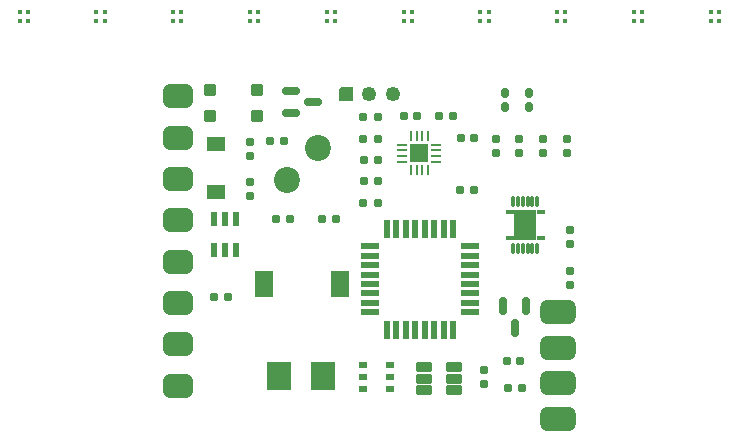
<source format=gts>
G04 #@! TF.GenerationSoftware,KiCad,Pcbnew,(7.0.0)*
G04 #@! TF.CreationDate,2024-02-07T16:47:37+08:00*
G04 #@! TF.ProjectId,revopod1,7265766f-706f-4643-912e-6b696361645f,rev?*
G04 #@! TF.SameCoordinates,Original*
G04 #@! TF.FileFunction,Soldermask,Top*
G04 #@! TF.FilePolarity,Negative*
%FSLAX46Y46*%
G04 Gerber Fmt 4.6, Leading zero omitted, Abs format (unit mm)*
G04 Created by KiCad (PCBNEW (7.0.0)) date 2024-02-07 16:47:37*
%MOMM*%
%LPD*%
G01*
G04 APERTURE LIST*
G04 Aperture macros list*
%AMRoundRect*
0 Rectangle with rounded corners*
0 $1 Rounding radius*
0 $2 $3 $4 $5 $6 $7 $8 $9 X,Y pos of 4 corners*
0 Add a 4 corners polygon primitive as box body*
4,1,4,$2,$3,$4,$5,$6,$7,$8,$9,$2,$3,0*
0 Add four circle primitives for the rounded corners*
1,1,$1+$1,$2,$3*
1,1,$1+$1,$4,$5*
1,1,$1+$1,$6,$7*
1,1,$1+$1,$8,$9*
0 Add four rect primitives between the rounded corners*
20,1,$1+$1,$2,$3,$4,$5,0*
20,1,$1+$1,$4,$5,$6,$7,0*
20,1,$1+$1,$6,$7,$8,$9,0*
20,1,$1+$1,$8,$9,$2,$3,0*%
%AMOutline5P*
0 Free polygon, 5 corners , with rotation*
0 The origin of the aperture is its center*
0 number of corners: always 5*
0 $1 to $10 corner X, Y*
0 $11 Rotation angle, in degrees counterclockwise*
0 create outline with 5 corners*
4,1,5,$1,$2,$3,$4,$5,$6,$7,$8,$9,$10,$1,$2,$11*%
%AMOutline6P*
0 Free polygon, 6 corners , with rotation*
0 The origin of the aperture is its center*
0 number of corners: always 6*
0 $1 to $12 corner X, Y*
0 $13 Rotation angle, in degrees counterclockwise*
0 create outline with 6 corners*
4,1,6,$1,$2,$3,$4,$5,$6,$7,$8,$9,$10,$11,$12,$1,$2,$13*%
%AMOutline7P*
0 Free polygon, 7 corners , with rotation*
0 The origin of the aperture is its center*
0 number of corners: always 7*
0 $1 to $14 corner X, Y*
0 $15 Rotation angle, in degrees counterclockwise*
0 create outline with 7 corners*
4,1,7,$1,$2,$3,$4,$5,$6,$7,$8,$9,$10,$11,$12,$13,$14,$1,$2,$15*%
%AMOutline8P*
0 Free polygon, 8 corners , with rotation*
0 The origin of the aperture is its center*
0 number of corners: always 8*
0 $1 to $16 corner X, Y*
0 $17 Rotation angle, in degrees counterclockwise*
0 create outline with 8 corners*
4,1,8,$1,$2,$3,$4,$5,$6,$7,$8,$9,$10,$11,$12,$13,$14,$15,$16,$1,$2,$17*%
G04 Aperture macros list end*
%ADD10RoundRect,0.160000X0.160000X-0.222500X0.160000X0.222500X-0.160000X0.222500X-0.160000X-0.222500X0*%
%ADD11RoundRect,0.160000X-0.197500X-0.160000X0.197500X-0.160000X0.197500X0.160000X-0.197500X0.160000X0*%
%ADD12RoundRect,0.160000X0.197500X0.160000X-0.197500X0.160000X-0.197500X-0.160000X0.197500X-0.160000X0*%
%ADD13RoundRect,0.062500X-0.375000X-0.062500X0.375000X-0.062500X0.375000X0.062500X-0.375000X0.062500X0*%
%ADD14RoundRect,0.062500X-0.062500X-0.375000X0.062500X-0.375000X0.062500X0.375000X-0.062500X0.375000X0*%
%ADD15R,1.600000X1.600000*%
%ADD16RoundRect,0.087500X0.087500X-0.087500X0.087500X0.087500X-0.087500X0.087500X-0.087500X-0.087500X0*%
%ADD17RoundRect,0.155000X-0.212500X-0.155000X0.212500X-0.155000X0.212500X0.155000X-0.212500X0.155000X0*%
%ADD18RoundRect,0.500000X-1.000000X-0.500000X1.000000X-0.500000X1.000000X0.500000X-1.000000X0.500000X0*%
%ADD19RoundRect,0.155000X0.212500X0.155000X-0.212500X0.155000X-0.212500X-0.155000X0.212500X-0.155000X0*%
%ADD20RoundRect,0.160000X-0.160000X0.197500X-0.160000X-0.197500X0.160000X-0.197500X0.160000X0.197500X0*%
%ADD21RoundRect,0.102000X-0.550000X-0.300000X0.550000X-0.300000X0.550000X0.300000X-0.550000X0.300000X0*%
%ADD22Outline5P,-0.625000X0.375000X-0.375000X0.625000X0.625000X0.625000X0.625000X-0.625000X-0.625000X-0.625000X0.000000*%
%ADD23C,1.250000*%
%ADD24C,2.200000*%
%ADD25R,1.500000X2.200000*%
%ADD26RoundRect,0.160000X0.160000X-0.197500X0.160000X0.197500X-0.160000X0.197500X-0.160000X-0.197500X0*%
%ADD27RoundRect,0.155000X0.155000X-0.212500X0.155000X0.212500X-0.155000X0.212500X-0.155000X-0.212500X0*%
%ADD28RoundRect,0.500000X-0.750000X-0.500000X0.750000X-0.500000X0.750000X0.500000X-0.750000X0.500000X0*%
%ADD29RoundRect,0.150000X-0.587500X-0.150000X0.587500X-0.150000X0.587500X0.150000X-0.587500X0.150000X0*%
%ADD30RoundRect,0.150000X-0.150000X0.587500X-0.150000X-0.587500X0.150000X-0.587500X0.150000X0.587500X0*%
%ADD31R,0.600000X1.200000*%
%ADD32RoundRect,0.100000X-0.400000X-0.400000X0.400000X-0.400000X0.400000X0.400000X-0.400000X0.400000X0*%
%ADD33R,2.000000X2.400000*%
%ADD34R,0.699000X0.508000*%
%ADD35R,1.600000X0.550000*%
%ADD36R,0.550000X1.600000*%
%ADD37R,1.500000X1.300000*%
%ADD38RoundRect,0.050000X-0.100000X0.100000X-0.100000X-0.100000X0.100000X-0.100000X0.100000X0.100000X0*%
%ADD39O,0.300000X0.950000*%
%ADD40R,0.575000X0.400000*%
%ADD41R,0.675000X0.400000*%
%ADD42R,1.950000X2.600000*%
G04 APERTURE END LIST*
D10*
X129500000Y-107072500D03*
X129500000Y-105927500D03*
D11*
X117502500Y-108000000D03*
X118697500Y-108000000D03*
D12*
X130900000Y-130900000D03*
X129705000Y-130900000D03*
D13*
X120812500Y-110290000D03*
X120812500Y-110790000D03*
X120812500Y-111290000D03*
X120812500Y-111790000D03*
D14*
X121500000Y-112477500D03*
X122000000Y-112477500D03*
X122500000Y-112477500D03*
X123000000Y-112477500D03*
D13*
X123687500Y-111790000D03*
X123687500Y-111290000D03*
X123687500Y-110790000D03*
X123687500Y-110290000D03*
D14*
X123000000Y-109602500D03*
X122500000Y-109602500D03*
X122000000Y-109602500D03*
X121500000Y-109602500D03*
D15*
X122249999Y-111039999D03*
D12*
X118697500Y-109800000D03*
X117502500Y-109800000D03*
D16*
X127400000Y-99800000D03*
X127400000Y-99100000D03*
X128100000Y-99800000D03*
X128100000Y-99100000D03*
D17*
X129665000Y-128600000D03*
X130800000Y-128600000D03*
D18*
X134000000Y-133500000D03*
X134000000Y-130500000D03*
D19*
X126867500Y-109700000D03*
X125732500Y-109700000D03*
D16*
X107900000Y-99800000D03*
X107900000Y-99100000D03*
X108600000Y-99800000D03*
X108600000Y-99100000D03*
D19*
X122067500Y-107900000D03*
X120932500Y-107900000D03*
D20*
X107900000Y-110067500D03*
X107900000Y-111262500D03*
D12*
X115197500Y-116600000D03*
X114002500Y-116600000D03*
D21*
X122600000Y-129150000D03*
X122600000Y-130100000D03*
X122600000Y-131050000D03*
X125200000Y-131050000D03*
X125200000Y-130100000D03*
X125200000Y-129150000D03*
D22*
X115999999Y-105999999D03*
D23*
X118000000Y-106000000D03*
X120000000Y-106000000D03*
D12*
X111297500Y-116600000D03*
X110102500Y-116600000D03*
D24*
X113682683Y-110583570D03*
X111051317Y-113308430D03*
D25*
X109099999Y-122099999D03*
X115499999Y-122099999D03*
D26*
X127700000Y-130597500D03*
X127700000Y-129402500D03*
X128710000Y-110997500D03*
X128710000Y-109802500D03*
D12*
X126897500Y-114100000D03*
X125702500Y-114100000D03*
D27*
X107900000Y-114635000D03*
X107900000Y-113500000D03*
D28*
X101800000Y-106200000D03*
X101800000Y-109700000D03*
X101800000Y-113200000D03*
X101800000Y-116700000D03*
X101800000Y-120200000D03*
X101800000Y-123700000D03*
X101800000Y-127200000D03*
X101800000Y-130700000D03*
D12*
X118710000Y-113397500D03*
X117515000Y-113397500D03*
D29*
X111362500Y-105750000D03*
X111362500Y-107650000D03*
X113237500Y-106700000D03*
D16*
X94900000Y-99800000D03*
X94900000Y-99100000D03*
X95600000Y-99800000D03*
X95600000Y-99100000D03*
D30*
X131250000Y-123962500D03*
X129350000Y-123962500D03*
X130300000Y-125837500D03*
D31*
X104849999Y-119199999D03*
X105799999Y-119199999D03*
X106749999Y-119199999D03*
X106749999Y-116599999D03*
X105799999Y-116599999D03*
X104849999Y-116599999D03*
D16*
X120900000Y-99800000D03*
X120900000Y-99100000D03*
X121600000Y-99800000D03*
X121600000Y-99100000D03*
D19*
X106000000Y-123200000D03*
X104865000Y-123200000D03*
D32*
X104500000Y-105700000D03*
X108500000Y-105700000D03*
X104500000Y-107900000D03*
X108500000Y-107900000D03*
D16*
X140400000Y-99800000D03*
X140400000Y-99100000D03*
X141100000Y-99800000D03*
X141100000Y-99100000D03*
D18*
X134000000Y-127500000D03*
X134000000Y-124500000D03*
D27*
X134710000Y-110967500D03*
X134710000Y-109832500D03*
D10*
X131500000Y-107072500D03*
X131500000Y-105927500D03*
D16*
X88400000Y-99800000D03*
X88400000Y-99100000D03*
X89100000Y-99800000D03*
X89100000Y-99100000D03*
D12*
X110797500Y-110000000D03*
X109602500Y-110000000D03*
X118697500Y-115200000D03*
X117502500Y-115200000D03*
D33*
X114049999Y-129899999D03*
X110349999Y-129899999D03*
D26*
X130700000Y-110997500D03*
X130700000Y-109802500D03*
X132690000Y-110997500D03*
X132690000Y-109802500D03*
D16*
X101400000Y-99800000D03*
X101400000Y-99100000D03*
X102100000Y-99800000D03*
X102100000Y-99100000D03*
X133900000Y-99800000D03*
X133900000Y-99100000D03*
X134600000Y-99800000D03*
X134600000Y-99100000D03*
D26*
X135000000Y-118697500D03*
X135000000Y-117502500D03*
D34*
X117437499Y-128971499D03*
X117437499Y-129972499D03*
X117437499Y-130973499D03*
X119762499Y-130973499D03*
X119762499Y-129972499D03*
X119762499Y-128971499D03*
D35*
X126549999Y-124499999D03*
X126549999Y-123699999D03*
X126549999Y-122899999D03*
X126549999Y-122099999D03*
X126549999Y-121299999D03*
X126549999Y-120499999D03*
X126549999Y-119699999D03*
X126549999Y-118899999D03*
D36*
X125099999Y-117449999D03*
X124299999Y-117449999D03*
X123499999Y-117449999D03*
X122699999Y-117449999D03*
X121899999Y-117449999D03*
X121099999Y-117449999D03*
X120299999Y-117449999D03*
X119499999Y-117449999D03*
D35*
X118049999Y-118899999D03*
X118049999Y-119699999D03*
X118049999Y-120499999D03*
X118049999Y-121299999D03*
X118049999Y-122099999D03*
X118049999Y-122899999D03*
X118049999Y-123699999D03*
X118049999Y-124499999D03*
D36*
X119499999Y-125949999D03*
X120299999Y-125949999D03*
X121099999Y-125949999D03*
X121899999Y-125949999D03*
X122699999Y-125949999D03*
X123499999Y-125949999D03*
X124299999Y-125949999D03*
X125099999Y-125949999D03*
D37*
X104999999Y-110249999D03*
X104999999Y-114349999D03*
D19*
X125067500Y-107900000D03*
X123932500Y-107900000D03*
D16*
X114400000Y-99800000D03*
X114400000Y-99100000D03*
X115100000Y-99800000D03*
X115100000Y-99100000D03*
D38*
X132200000Y-114800000D03*
D39*
X132199999Y-115124999D03*
D38*
X131800000Y-114800000D03*
D39*
X131799999Y-115124999D03*
D38*
X131400000Y-114800000D03*
D39*
X131399999Y-115124999D03*
D38*
X131000000Y-114800000D03*
D39*
X130999999Y-115124999D03*
D38*
X130600000Y-114800000D03*
D39*
X130599999Y-115124999D03*
D38*
X130200000Y-114800000D03*
D39*
X130199999Y-115124999D03*
X130199999Y-119074999D03*
D38*
X130200000Y-119400000D03*
D39*
X130599999Y-119074999D03*
D38*
X130600000Y-119400000D03*
D39*
X130999999Y-119074999D03*
D38*
X131000000Y-119400000D03*
D39*
X131399999Y-119074999D03*
D38*
X131400000Y-119400000D03*
D39*
X131799999Y-119074999D03*
D38*
X131800000Y-119400000D03*
D39*
X132199999Y-119074999D03*
D38*
X132200000Y-119400000D03*
D40*
X132564999Y-115999999D03*
D41*
X132512499Y-115999999D03*
X129887499Y-115999999D03*
D40*
X129834999Y-115999999D03*
D42*
X131199999Y-117099999D03*
X131199999Y-117099999D03*
D40*
X132564999Y-118199999D03*
D41*
X132512499Y-118199999D03*
X129887499Y-118199999D03*
D40*
X129834999Y-118199999D03*
D27*
X135000000Y-122165000D03*
X135000000Y-121030000D03*
D12*
X118710000Y-111597500D03*
X117515000Y-111597500D03*
D16*
X146900000Y-99800000D03*
X146900000Y-99100000D03*
X147600000Y-99800000D03*
X147600000Y-99100000D03*
M02*

</source>
